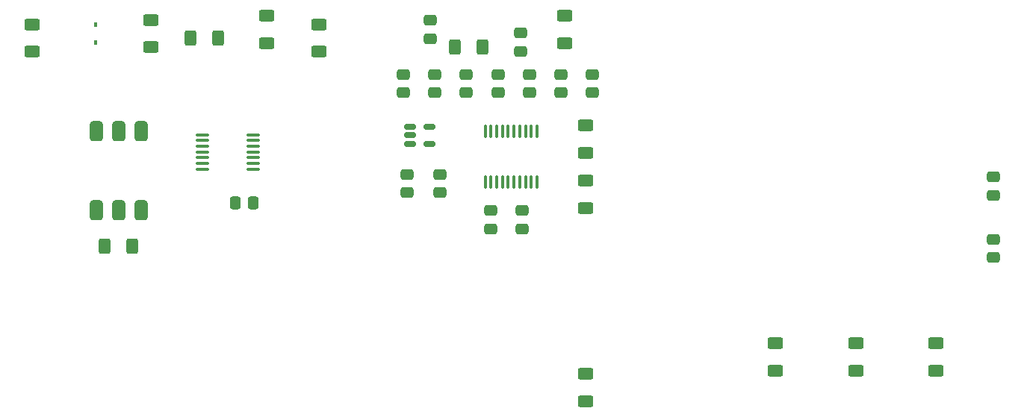
<source format=gbp>
G04 #@! TF.GenerationSoftware,KiCad,Pcbnew,8.0.1*
G04 #@! TF.CreationDate,2025-03-29T00:02:57-06:00*
G04 #@! TF.ProjectId,minidexed,6d696e69-6465-4786-9564-2e6b69636164,rev?*
G04 #@! TF.SameCoordinates,Original*
G04 #@! TF.FileFunction,Paste,Bot*
G04 #@! TF.FilePolarity,Positive*
%FSLAX46Y46*%
G04 Gerber Fmt 4.6, Leading zero omitted, Abs format (unit mm)*
G04 Created by KiCad (PCBNEW 8.0.1) date 2025-03-29 00:02:57*
%MOMM*%
%LPD*%
G01*
G04 APERTURE LIST*
G04 Aperture macros list*
%AMRoundRect*
0 Rectangle with rounded corners*
0 $1 Rounding radius*
0 $2 $3 $4 $5 $6 $7 $8 $9 X,Y pos of 4 corners*
0 Add a 4 corners polygon primitive as box body*
4,1,4,$2,$3,$4,$5,$6,$7,$8,$9,$2,$3,0*
0 Add four circle primitives for the rounded corners*
1,1,$1+$1,$2,$3*
1,1,$1+$1,$4,$5*
1,1,$1+$1,$6,$7*
1,1,$1+$1,$8,$9*
0 Add four rect primitives between the rounded corners*
20,1,$1+$1,$2,$3,$4,$5,0*
20,1,$1+$1,$4,$5,$6,$7,0*
20,1,$1+$1,$6,$7,$8,$9,0*
20,1,$1+$1,$8,$9,$2,$3,0*%
G04 Aperture macros list end*
%ADD10RoundRect,0.100000X-0.100000X0.637500X-0.100000X-0.637500X0.100000X-0.637500X0.100000X0.637500X0*%
%ADD11RoundRect,0.250000X0.337500X0.475000X-0.337500X0.475000X-0.337500X-0.475000X0.337500X-0.475000X0*%
%ADD12RoundRect,0.250000X0.475000X-0.337500X0.475000X0.337500X-0.475000X0.337500X-0.475000X-0.337500X0*%
%ADD13RoundRect,0.250000X0.625000X-0.400000X0.625000X0.400000X-0.625000X0.400000X-0.625000X-0.400000X0*%
%ADD14RoundRect,0.250000X-0.625000X0.400000X-0.625000X-0.400000X0.625000X-0.400000X0.625000X0.400000X0*%
%ADD15RoundRect,0.250000X-0.475000X0.337500X-0.475000X-0.337500X0.475000X-0.337500X0.475000X0.337500X0*%
%ADD16RoundRect,0.250000X-0.400000X-0.625000X0.400000X-0.625000X0.400000X0.625000X-0.400000X0.625000X0*%
%ADD17RoundRect,0.250000X0.400000X0.625000X-0.400000X0.625000X-0.400000X-0.625000X0.400000X-0.625000X0*%
%ADD18RoundRect,0.150000X-0.512500X-0.150000X0.512500X-0.150000X0.512500X0.150000X-0.512500X0.150000X0*%
%ADD19RoundRect,0.381000X-0.381000X0.762000X-0.381000X-0.762000X0.381000X-0.762000X0.381000X0.762000X0*%
%ADD20R,0.450000X0.600000*%
%ADD21RoundRect,0.100000X-0.637500X-0.100000X0.637500X-0.100000X0.637500X0.100000X-0.637500X0.100000X0*%
G04 APERTURE END LIST*
D10*
X154875000Y-84637500D03*
X155525000Y-84637500D03*
X156175000Y-84637500D03*
X156825000Y-84637500D03*
X157475000Y-84637500D03*
X158125000Y-84637500D03*
X158775000Y-84637500D03*
X159425000Y-84637500D03*
X160075000Y-84637500D03*
X160725000Y-84637500D03*
X160725000Y-90362500D03*
X160075000Y-90362500D03*
X159425000Y-90362500D03*
X158775000Y-90362500D03*
X158125000Y-90362500D03*
X157475000Y-90362500D03*
X156825000Y-90362500D03*
X156175000Y-90362500D03*
X155525000Y-90362500D03*
X154875000Y-90362500D03*
D11*
X128587500Y-92700000D03*
X126512500Y-92700000D03*
D12*
X163433330Y-80200000D03*
X163433330Y-78125000D03*
D13*
X187775000Y-111750000D03*
X187775000Y-108650000D03*
D14*
X103500000Y-72450000D03*
X103500000Y-75550000D03*
D15*
X148600000Y-72025000D03*
X148600000Y-74100000D03*
X212500000Y-96875000D03*
X212500000Y-98950000D03*
D12*
X212500000Y-91850000D03*
X212500000Y-89775000D03*
X167000000Y-80200000D03*
X167000000Y-78125000D03*
D13*
X166200000Y-93300000D03*
X166200000Y-90200000D03*
D16*
X111750000Y-97600000D03*
X114850000Y-97600000D03*
D14*
X130087040Y-71500000D03*
X130087040Y-74600000D03*
D13*
X205925000Y-111750000D03*
X205925000Y-108650000D03*
D14*
X166200000Y-112150000D03*
X166200000Y-115250000D03*
D13*
X196850000Y-111750000D03*
X196850000Y-108650000D03*
D15*
X146000000Y-89500000D03*
X146000000Y-91575000D03*
D17*
X154550000Y-75000000D03*
X151450000Y-75000000D03*
D14*
X136000000Y-72450000D03*
X136000000Y-75550000D03*
D15*
X159020000Y-93600000D03*
X159020000Y-95675000D03*
D18*
X146300000Y-86000000D03*
X146300000Y-85050000D03*
X146300000Y-84100000D03*
X148575000Y-84100000D03*
X148575000Y-86000000D03*
D15*
X149700000Y-89500000D03*
X149700000Y-91575000D03*
D19*
X110760000Y-84600000D03*
X113300000Y-84600000D03*
X115840000Y-84600000D03*
X115840000Y-93600000D03*
X113300000Y-93600000D03*
X110760000Y-93600000D03*
D20*
X110718160Y-74550000D03*
X110718160Y-72450000D03*
D12*
X145600000Y-80200000D03*
X145600000Y-78125000D03*
D21*
X122800000Y-88900000D03*
X122800000Y-88250000D03*
X122800000Y-87600000D03*
X122800000Y-86950000D03*
X122800000Y-86300000D03*
X122800000Y-85650000D03*
X122800000Y-85000000D03*
X128525000Y-85000000D03*
X128525000Y-85650000D03*
X128525000Y-86300000D03*
X128525000Y-86950000D03*
X128525000Y-87600000D03*
X128525000Y-88250000D03*
X128525000Y-88900000D03*
D12*
X152733332Y-80200000D03*
X152733332Y-78125000D03*
D13*
X166200000Y-87050000D03*
X166200000Y-83950000D03*
D15*
X158886666Y-73462500D03*
X158886666Y-75537500D03*
D16*
X121450000Y-74000000D03*
X124550000Y-74000000D03*
D12*
X156299998Y-80200000D03*
X156299998Y-78125000D03*
X159866664Y-80200000D03*
X159866664Y-78125000D03*
D14*
X117000000Y-71950000D03*
X117000000Y-75050000D03*
D13*
X163900000Y-74600000D03*
X163900000Y-71500000D03*
D12*
X149166666Y-80200000D03*
X149166666Y-78125000D03*
D15*
X155500000Y-93600000D03*
X155500000Y-95675000D03*
M02*

</source>
